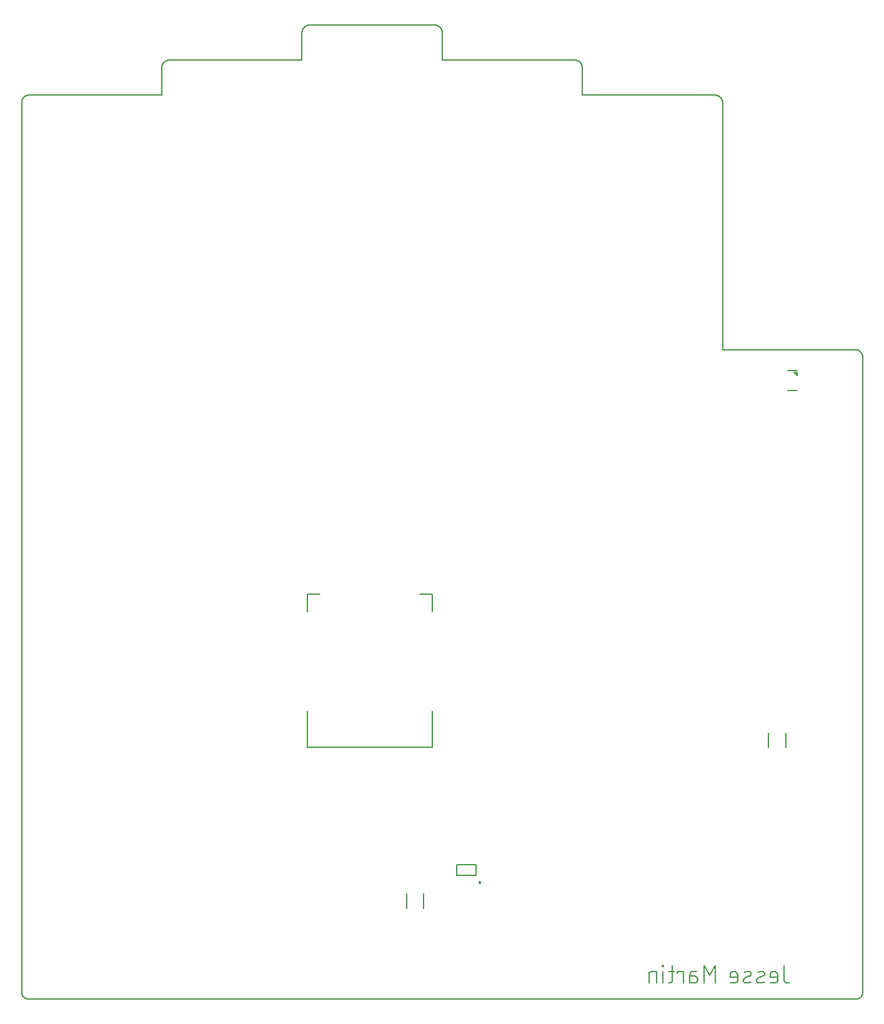
<source format=gbo>
G75*
%MOIN*%
%OFA0B0*%
%FSLAX25Y25*%
%IPPOS*%
%LPD*%
%AMOC8*
5,1,8,0,0,1.08239X$1,22.5*
%
%ADD10C,0.00591*%
%ADD11C,0.00800*%
%ADD12C,0.00500*%
%ADD13C,0.00787*%
D10*
X0089883Y0072166D02*
X0089883Y0546576D01*
X0089885Y0546700D01*
X0089891Y0546823D01*
X0089900Y0546947D01*
X0089914Y0547069D01*
X0089931Y0547192D01*
X0089953Y0547314D01*
X0089978Y0547435D01*
X0090007Y0547555D01*
X0090039Y0547674D01*
X0090076Y0547793D01*
X0090116Y0547910D01*
X0090159Y0548025D01*
X0090207Y0548140D01*
X0090258Y0548252D01*
X0090312Y0548363D01*
X0090370Y0548473D01*
X0090431Y0548580D01*
X0090496Y0548686D01*
X0090564Y0548789D01*
X0090635Y0548890D01*
X0090709Y0548989D01*
X0090786Y0549086D01*
X0090867Y0549180D01*
X0090950Y0549271D01*
X0091036Y0549360D01*
X0091125Y0549446D01*
X0091216Y0549529D01*
X0091310Y0549610D01*
X0091407Y0549687D01*
X0091506Y0549761D01*
X0091607Y0549832D01*
X0091710Y0549900D01*
X0091816Y0549965D01*
X0091923Y0550026D01*
X0092033Y0550084D01*
X0092144Y0550138D01*
X0092256Y0550189D01*
X0092371Y0550237D01*
X0092486Y0550280D01*
X0092603Y0550320D01*
X0092722Y0550357D01*
X0092841Y0550389D01*
X0092961Y0550418D01*
X0093082Y0550443D01*
X0093204Y0550465D01*
X0093327Y0550482D01*
X0093449Y0550496D01*
X0093573Y0550505D01*
X0093696Y0550511D01*
X0093820Y0550513D01*
X0164686Y0550513D01*
X0164686Y0565276D01*
X0164688Y0565400D01*
X0164694Y0565523D01*
X0164703Y0565647D01*
X0164717Y0565769D01*
X0164734Y0565892D01*
X0164756Y0566014D01*
X0164781Y0566135D01*
X0164810Y0566255D01*
X0164842Y0566374D01*
X0164879Y0566493D01*
X0164919Y0566610D01*
X0164962Y0566725D01*
X0165010Y0566840D01*
X0165061Y0566952D01*
X0165115Y0567063D01*
X0165173Y0567173D01*
X0165234Y0567280D01*
X0165299Y0567386D01*
X0165367Y0567489D01*
X0165438Y0567590D01*
X0165512Y0567689D01*
X0165589Y0567786D01*
X0165670Y0567880D01*
X0165753Y0567971D01*
X0165839Y0568060D01*
X0165928Y0568146D01*
X0166019Y0568229D01*
X0166113Y0568310D01*
X0166210Y0568387D01*
X0166309Y0568461D01*
X0166410Y0568532D01*
X0166513Y0568600D01*
X0166619Y0568665D01*
X0166726Y0568726D01*
X0166836Y0568784D01*
X0166947Y0568838D01*
X0167059Y0568889D01*
X0167174Y0568937D01*
X0167289Y0568980D01*
X0167406Y0569020D01*
X0167525Y0569057D01*
X0167644Y0569089D01*
X0167764Y0569118D01*
X0167885Y0569143D01*
X0168007Y0569165D01*
X0168130Y0569182D01*
X0168252Y0569196D01*
X0168376Y0569205D01*
X0168499Y0569211D01*
X0168623Y0569213D01*
X0239489Y0569213D01*
X0239489Y0583977D01*
X0239491Y0584101D01*
X0239497Y0584224D01*
X0239506Y0584348D01*
X0239520Y0584470D01*
X0239537Y0584593D01*
X0239559Y0584715D01*
X0239584Y0584836D01*
X0239613Y0584956D01*
X0239645Y0585075D01*
X0239682Y0585194D01*
X0239722Y0585311D01*
X0239765Y0585426D01*
X0239813Y0585541D01*
X0239864Y0585653D01*
X0239918Y0585764D01*
X0239976Y0585874D01*
X0240037Y0585981D01*
X0240102Y0586087D01*
X0240170Y0586190D01*
X0240241Y0586291D01*
X0240315Y0586390D01*
X0240392Y0586487D01*
X0240473Y0586581D01*
X0240556Y0586672D01*
X0240642Y0586761D01*
X0240731Y0586847D01*
X0240822Y0586930D01*
X0240916Y0587011D01*
X0241013Y0587088D01*
X0241112Y0587162D01*
X0241213Y0587233D01*
X0241316Y0587301D01*
X0241422Y0587366D01*
X0241529Y0587427D01*
X0241639Y0587485D01*
X0241750Y0587539D01*
X0241862Y0587590D01*
X0241977Y0587638D01*
X0242092Y0587681D01*
X0242209Y0587721D01*
X0242328Y0587758D01*
X0242447Y0587790D01*
X0242567Y0587819D01*
X0242688Y0587844D01*
X0242810Y0587866D01*
X0242933Y0587883D01*
X0243055Y0587897D01*
X0243179Y0587906D01*
X0243302Y0587912D01*
X0243426Y0587914D01*
X0310355Y0587914D01*
X0310479Y0587912D01*
X0310602Y0587906D01*
X0310726Y0587897D01*
X0310848Y0587883D01*
X0310971Y0587866D01*
X0311093Y0587844D01*
X0311214Y0587819D01*
X0311334Y0587790D01*
X0311453Y0587758D01*
X0311572Y0587721D01*
X0311689Y0587681D01*
X0311804Y0587638D01*
X0311919Y0587590D01*
X0312031Y0587539D01*
X0312142Y0587485D01*
X0312252Y0587427D01*
X0312359Y0587366D01*
X0312465Y0587301D01*
X0312568Y0587233D01*
X0312669Y0587162D01*
X0312768Y0587088D01*
X0312865Y0587011D01*
X0312959Y0586930D01*
X0313050Y0586847D01*
X0313139Y0586761D01*
X0313225Y0586672D01*
X0313308Y0586581D01*
X0313389Y0586487D01*
X0313466Y0586390D01*
X0313540Y0586291D01*
X0313611Y0586190D01*
X0313679Y0586087D01*
X0313744Y0585981D01*
X0313805Y0585874D01*
X0313863Y0585764D01*
X0313917Y0585653D01*
X0313968Y0585541D01*
X0314016Y0585426D01*
X0314059Y0585311D01*
X0314099Y0585194D01*
X0314136Y0585075D01*
X0314168Y0584956D01*
X0314197Y0584836D01*
X0314222Y0584715D01*
X0314244Y0584593D01*
X0314261Y0584470D01*
X0314275Y0584348D01*
X0314284Y0584224D01*
X0314290Y0584101D01*
X0314292Y0583977D01*
X0314292Y0569213D01*
X0385158Y0569213D01*
X0385282Y0569211D01*
X0385405Y0569205D01*
X0385529Y0569196D01*
X0385651Y0569182D01*
X0385774Y0569165D01*
X0385896Y0569143D01*
X0386017Y0569118D01*
X0386137Y0569089D01*
X0386256Y0569057D01*
X0386375Y0569020D01*
X0386492Y0568980D01*
X0386607Y0568937D01*
X0386722Y0568889D01*
X0386834Y0568838D01*
X0386945Y0568784D01*
X0387055Y0568726D01*
X0387162Y0568665D01*
X0387268Y0568600D01*
X0387371Y0568532D01*
X0387472Y0568461D01*
X0387571Y0568387D01*
X0387668Y0568310D01*
X0387762Y0568229D01*
X0387853Y0568146D01*
X0387942Y0568060D01*
X0388028Y0567971D01*
X0388111Y0567880D01*
X0388192Y0567786D01*
X0388269Y0567689D01*
X0388343Y0567590D01*
X0388414Y0567489D01*
X0388482Y0567386D01*
X0388547Y0567280D01*
X0388608Y0567173D01*
X0388666Y0567063D01*
X0388720Y0566952D01*
X0388771Y0566840D01*
X0388819Y0566725D01*
X0388862Y0566610D01*
X0388902Y0566493D01*
X0388939Y0566374D01*
X0388971Y0566255D01*
X0389000Y0566135D01*
X0389025Y0566014D01*
X0389047Y0565892D01*
X0389064Y0565769D01*
X0389078Y0565647D01*
X0389087Y0565523D01*
X0389093Y0565400D01*
X0389095Y0565276D01*
X0389095Y0550513D01*
X0459961Y0550513D01*
X0460085Y0550511D01*
X0460208Y0550505D01*
X0460332Y0550496D01*
X0460454Y0550482D01*
X0460577Y0550465D01*
X0460699Y0550443D01*
X0460820Y0550418D01*
X0460940Y0550389D01*
X0461059Y0550357D01*
X0461178Y0550320D01*
X0461295Y0550280D01*
X0461410Y0550237D01*
X0461525Y0550189D01*
X0461637Y0550138D01*
X0461748Y0550084D01*
X0461858Y0550026D01*
X0461965Y0549965D01*
X0462071Y0549900D01*
X0462174Y0549832D01*
X0462275Y0549761D01*
X0462374Y0549687D01*
X0462471Y0549610D01*
X0462565Y0549529D01*
X0462656Y0549446D01*
X0462745Y0549360D01*
X0462831Y0549271D01*
X0462914Y0549180D01*
X0462995Y0549086D01*
X0463072Y0548989D01*
X0463146Y0548890D01*
X0463217Y0548789D01*
X0463285Y0548686D01*
X0463350Y0548580D01*
X0463411Y0548473D01*
X0463469Y0548363D01*
X0463523Y0548252D01*
X0463574Y0548140D01*
X0463622Y0548025D01*
X0463665Y0547910D01*
X0463705Y0547793D01*
X0463742Y0547674D01*
X0463774Y0547555D01*
X0463803Y0547435D01*
X0463828Y0547314D01*
X0463850Y0547192D01*
X0463867Y0547069D01*
X0463881Y0546947D01*
X0463890Y0546823D01*
X0463896Y0546700D01*
X0463898Y0546576D01*
X0463898Y0414686D01*
X0534765Y0414686D01*
X0534889Y0414684D01*
X0535012Y0414678D01*
X0535136Y0414669D01*
X0535258Y0414655D01*
X0535381Y0414638D01*
X0535503Y0414616D01*
X0535624Y0414591D01*
X0535744Y0414562D01*
X0535863Y0414530D01*
X0535982Y0414493D01*
X0536099Y0414453D01*
X0536214Y0414410D01*
X0536329Y0414362D01*
X0536441Y0414311D01*
X0536552Y0414257D01*
X0536662Y0414199D01*
X0536769Y0414138D01*
X0536875Y0414073D01*
X0536978Y0414005D01*
X0537079Y0413934D01*
X0537178Y0413860D01*
X0537275Y0413783D01*
X0537369Y0413702D01*
X0537460Y0413619D01*
X0537549Y0413533D01*
X0537635Y0413444D01*
X0537718Y0413353D01*
X0537799Y0413259D01*
X0537876Y0413162D01*
X0537950Y0413063D01*
X0538021Y0412962D01*
X0538089Y0412859D01*
X0538154Y0412753D01*
X0538215Y0412646D01*
X0538273Y0412536D01*
X0538327Y0412425D01*
X0538378Y0412313D01*
X0538426Y0412198D01*
X0538469Y0412083D01*
X0538509Y0411966D01*
X0538546Y0411847D01*
X0538578Y0411728D01*
X0538607Y0411608D01*
X0538632Y0411487D01*
X0538654Y0411365D01*
X0538671Y0411242D01*
X0538685Y0411120D01*
X0538694Y0410996D01*
X0538700Y0410873D01*
X0538702Y0410749D01*
X0538702Y0072166D01*
X0538700Y0072042D01*
X0538694Y0071919D01*
X0538685Y0071795D01*
X0538671Y0071673D01*
X0538654Y0071550D01*
X0538632Y0071428D01*
X0538607Y0071307D01*
X0538578Y0071187D01*
X0538546Y0071068D01*
X0538509Y0070949D01*
X0538469Y0070832D01*
X0538426Y0070717D01*
X0538378Y0070602D01*
X0538327Y0070490D01*
X0538273Y0070379D01*
X0538215Y0070269D01*
X0538154Y0070162D01*
X0538089Y0070056D01*
X0538021Y0069953D01*
X0537950Y0069852D01*
X0537876Y0069753D01*
X0537799Y0069656D01*
X0537718Y0069562D01*
X0537635Y0069471D01*
X0537549Y0069382D01*
X0537460Y0069296D01*
X0537369Y0069213D01*
X0537275Y0069132D01*
X0537178Y0069055D01*
X0537079Y0068981D01*
X0536978Y0068910D01*
X0536875Y0068842D01*
X0536769Y0068777D01*
X0536662Y0068716D01*
X0536552Y0068658D01*
X0536441Y0068604D01*
X0536329Y0068553D01*
X0536214Y0068505D01*
X0536099Y0068462D01*
X0535982Y0068422D01*
X0535863Y0068385D01*
X0535744Y0068353D01*
X0535624Y0068324D01*
X0535503Y0068299D01*
X0535381Y0068277D01*
X0535258Y0068260D01*
X0535136Y0068246D01*
X0535012Y0068237D01*
X0534889Y0068231D01*
X0534765Y0068229D01*
X0093820Y0068229D01*
X0093696Y0068231D01*
X0093573Y0068237D01*
X0093449Y0068246D01*
X0093327Y0068260D01*
X0093204Y0068277D01*
X0093082Y0068299D01*
X0092961Y0068324D01*
X0092841Y0068353D01*
X0092722Y0068385D01*
X0092603Y0068422D01*
X0092486Y0068462D01*
X0092371Y0068505D01*
X0092256Y0068553D01*
X0092144Y0068604D01*
X0092033Y0068658D01*
X0091923Y0068716D01*
X0091816Y0068777D01*
X0091710Y0068842D01*
X0091607Y0068910D01*
X0091506Y0068981D01*
X0091407Y0069055D01*
X0091310Y0069132D01*
X0091216Y0069213D01*
X0091125Y0069296D01*
X0091036Y0069382D01*
X0090950Y0069471D01*
X0090867Y0069562D01*
X0090786Y0069656D01*
X0090709Y0069753D01*
X0090635Y0069852D01*
X0090564Y0069953D01*
X0090496Y0070056D01*
X0090431Y0070162D01*
X0090370Y0070269D01*
X0090312Y0070379D01*
X0090258Y0070490D01*
X0090207Y0070602D01*
X0090159Y0070717D01*
X0090116Y0070832D01*
X0090076Y0070949D01*
X0090039Y0071068D01*
X0090007Y0071187D01*
X0089978Y0071307D01*
X0089953Y0071428D01*
X0089931Y0071550D01*
X0089914Y0071673D01*
X0089900Y0071795D01*
X0089891Y0071919D01*
X0089885Y0072042D01*
X0089883Y0072166D01*
D11*
X0424565Y0076897D02*
X0424565Y0081497D01*
X0424566Y0081497D02*
X0424568Y0081575D01*
X0424574Y0081652D01*
X0424584Y0081729D01*
X0424597Y0081806D01*
X0424615Y0081881D01*
X0424636Y0081956D01*
X0424661Y0082029D01*
X0424690Y0082102D01*
X0424723Y0082172D01*
X0424759Y0082241D01*
X0424798Y0082308D01*
X0424841Y0082373D01*
X0424887Y0082435D01*
X0424936Y0082496D01*
X0424988Y0082553D01*
X0425043Y0082608D01*
X0425100Y0082660D01*
X0425161Y0082709D01*
X0425223Y0082755D01*
X0425288Y0082798D01*
X0425355Y0082837D01*
X0425424Y0082873D01*
X0425494Y0082906D01*
X0425567Y0082935D01*
X0425640Y0082960D01*
X0425715Y0082981D01*
X0425790Y0082999D01*
X0425867Y0083012D01*
X0425944Y0083022D01*
X0426021Y0083028D01*
X0426099Y0083030D01*
X0428654Y0083030D01*
X0428654Y0076897D01*
X0432090Y0076897D02*
X0432090Y0083030D01*
X0431834Y0085586D02*
X0432345Y0085586D01*
X0432345Y0086097D01*
X0431834Y0086097D01*
X0431834Y0085586D01*
X0434973Y0083030D02*
X0438040Y0083030D01*
X0439810Y0083030D02*
X0439810Y0082008D01*
X0439810Y0083030D02*
X0442877Y0083030D01*
X0442877Y0076897D01*
X0446505Y0076897D02*
X0446505Y0081497D01*
X0446505Y0080475D02*
X0448805Y0080475D01*
X0446506Y0081497D02*
X0446508Y0081572D01*
X0446513Y0081647D01*
X0446523Y0081722D01*
X0446535Y0081796D01*
X0446552Y0081869D01*
X0446572Y0081942D01*
X0446596Y0082013D01*
X0446623Y0082084D01*
X0446653Y0082152D01*
X0446687Y0082220D01*
X0446724Y0082285D01*
X0446764Y0082349D01*
X0446808Y0082410D01*
X0446854Y0082470D01*
X0446903Y0082527D01*
X0446955Y0082581D01*
X0447010Y0082633D01*
X0447066Y0082682D01*
X0447126Y0082728D01*
X0447187Y0082772D01*
X0447251Y0082812D01*
X0447316Y0082849D01*
X0447384Y0082883D01*
X0447452Y0082913D01*
X0447523Y0082940D01*
X0447594Y0082964D01*
X0447667Y0082984D01*
X0447740Y0083001D01*
X0447814Y0083013D01*
X0447889Y0083023D01*
X0447964Y0083028D01*
X0448039Y0083030D01*
X0450083Y0083030D01*
X0448805Y0080475D02*
X0448889Y0080473D01*
X0448973Y0080467D01*
X0449056Y0080457D01*
X0449139Y0080444D01*
X0449221Y0080426D01*
X0449302Y0080405D01*
X0449382Y0080379D01*
X0449460Y0080351D01*
X0449538Y0080318D01*
X0449613Y0080282D01*
X0449687Y0080242D01*
X0449759Y0080199D01*
X0449829Y0080153D01*
X0449897Y0080103D01*
X0449962Y0080050D01*
X0450025Y0079995D01*
X0450085Y0079936D01*
X0450142Y0079875D01*
X0450196Y0079811D01*
X0450247Y0079744D01*
X0450295Y0079676D01*
X0450340Y0079605D01*
X0450382Y0079532D01*
X0450419Y0079457D01*
X0450454Y0079380D01*
X0450485Y0079302D01*
X0450512Y0079223D01*
X0450535Y0079142D01*
X0450554Y0079061D01*
X0450570Y0078978D01*
X0450582Y0078895D01*
X0450590Y0078812D01*
X0450594Y0078728D01*
X0450594Y0078644D01*
X0450590Y0078560D01*
X0450582Y0078477D01*
X0450570Y0078394D01*
X0450554Y0078311D01*
X0450535Y0078230D01*
X0450512Y0078149D01*
X0450485Y0078070D01*
X0450454Y0077992D01*
X0450419Y0077915D01*
X0450382Y0077840D01*
X0450340Y0077767D01*
X0450295Y0077696D01*
X0450247Y0077628D01*
X0450196Y0077561D01*
X0450142Y0077497D01*
X0450085Y0077436D01*
X0450025Y0077377D01*
X0449962Y0077322D01*
X0449897Y0077269D01*
X0449829Y0077219D01*
X0449759Y0077173D01*
X0449687Y0077130D01*
X0449613Y0077090D01*
X0449538Y0077054D01*
X0449460Y0077021D01*
X0449382Y0076993D01*
X0449302Y0076967D01*
X0449221Y0076946D01*
X0449139Y0076928D01*
X0449056Y0076915D01*
X0448973Y0076905D01*
X0448889Y0076899D01*
X0448805Y0076897D01*
X0446505Y0076897D01*
X0437018Y0078430D02*
X0437018Y0086097D01*
X0437017Y0078430D02*
X0437015Y0078352D01*
X0437009Y0078275D01*
X0436999Y0078198D01*
X0436986Y0078121D01*
X0436968Y0078046D01*
X0436947Y0077971D01*
X0436922Y0077898D01*
X0436893Y0077825D01*
X0436860Y0077755D01*
X0436824Y0077686D01*
X0436785Y0077619D01*
X0436742Y0077554D01*
X0436696Y0077492D01*
X0436647Y0077431D01*
X0436595Y0077374D01*
X0436540Y0077319D01*
X0436483Y0077267D01*
X0436422Y0077218D01*
X0436360Y0077172D01*
X0436295Y0077129D01*
X0436228Y0077090D01*
X0436159Y0077054D01*
X0436089Y0077021D01*
X0436016Y0076992D01*
X0435943Y0076967D01*
X0435868Y0076946D01*
X0435793Y0076928D01*
X0435716Y0076915D01*
X0435639Y0076905D01*
X0435562Y0076899D01*
X0435484Y0076897D01*
X0435485Y0076897D02*
X0434973Y0076897D01*
X0453957Y0076897D02*
X0453957Y0086097D01*
X0457024Y0080986D01*
X0460090Y0086097D01*
X0460090Y0076897D01*
X0467857Y0076897D02*
X0470413Y0076897D01*
X0470488Y0076899D01*
X0470563Y0076904D01*
X0470638Y0076914D01*
X0470712Y0076926D01*
X0470785Y0076943D01*
X0470858Y0076963D01*
X0470929Y0076987D01*
X0471000Y0077014D01*
X0471068Y0077044D01*
X0471136Y0077078D01*
X0471201Y0077115D01*
X0471265Y0077155D01*
X0471326Y0077199D01*
X0471386Y0077245D01*
X0471443Y0077294D01*
X0471497Y0077346D01*
X0471549Y0077401D01*
X0471598Y0077457D01*
X0471644Y0077517D01*
X0471688Y0077578D01*
X0471728Y0077642D01*
X0471765Y0077707D01*
X0471799Y0077775D01*
X0471829Y0077843D01*
X0471856Y0077914D01*
X0471880Y0077985D01*
X0471900Y0078058D01*
X0471917Y0078131D01*
X0471929Y0078205D01*
X0471939Y0078280D01*
X0471944Y0078355D01*
X0471946Y0078430D01*
X0471946Y0080986D01*
X0471946Y0079964D02*
X0467857Y0079964D01*
X0467857Y0080986D01*
X0467858Y0080986D02*
X0467860Y0081075D01*
X0467866Y0081164D01*
X0467875Y0081253D01*
X0467889Y0081341D01*
X0467906Y0081428D01*
X0467928Y0081515D01*
X0467953Y0081601D01*
X0467981Y0081685D01*
X0468014Y0081768D01*
X0468050Y0081850D01*
X0468089Y0081930D01*
X0468132Y0082008D01*
X0468178Y0082084D01*
X0468228Y0082158D01*
X0468280Y0082230D01*
X0468336Y0082300D01*
X0468395Y0082367D01*
X0468457Y0082431D01*
X0468521Y0082493D01*
X0468588Y0082552D01*
X0468658Y0082608D01*
X0468730Y0082660D01*
X0468804Y0082710D01*
X0468880Y0082756D01*
X0468958Y0082799D01*
X0469038Y0082838D01*
X0469120Y0082874D01*
X0469203Y0082907D01*
X0469287Y0082935D01*
X0469373Y0082960D01*
X0469460Y0082982D01*
X0469547Y0082999D01*
X0469635Y0083013D01*
X0469724Y0083022D01*
X0469813Y0083028D01*
X0469902Y0083030D01*
X0469991Y0083028D01*
X0470080Y0083022D01*
X0470169Y0083013D01*
X0470257Y0082999D01*
X0470344Y0082982D01*
X0470431Y0082960D01*
X0470517Y0082935D01*
X0470601Y0082907D01*
X0470684Y0082874D01*
X0470766Y0082838D01*
X0470846Y0082799D01*
X0470924Y0082756D01*
X0471000Y0082710D01*
X0471074Y0082660D01*
X0471146Y0082608D01*
X0471216Y0082552D01*
X0471283Y0082493D01*
X0471347Y0082431D01*
X0471409Y0082367D01*
X0471468Y0082300D01*
X0471524Y0082230D01*
X0471576Y0082158D01*
X0471626Y0082084D01*
X0471672Y0082008D01*
X0471715Y0081930D01*
X0471754Y0081850D01*
X0471790Y0081768D01*
X0471823Y0081685D01*
X0471851Y0081601D01*
X0471876Y0081515D01*
X0471898Y0081428D01*
X0471915Y0081341D01*
X0471929Y0081253D01*
X0471938Y0081164D01*
X0471944Y0081075D01*
X0471946Y0080986D01*
X0475748Y0079452D02*
X0478303Y0080475D01*
X0478369Y0080503D01*
X0478434Y0080536D01*
X0478497Y0080571D01*
X0478557Y0080610D01*
X0478616Y0080652D01*
X0478672Y0080698D01*
X0478725Y0080746D01*
X0478776Y0080797D01*
X0478824Y0080851D01*
X0478869Y0080907D01*
X0478911Y0080966D01*
X0478949Y0081027D01*
X0478985Y0081090D01*
X0479016Y0081155D01*
X0479044Y0081221D01*
X0479069Y0081289D01*
X0479090Y0081358D01*
X0479107Y0081428D01*
X0479120Y0081499D01*
X0479129Y0081570D01*
X0479135Y0081642D01*
X0479136Y0081714D01*
X0479134Y0081786D01*
X0479127Y0081858D01*
X0479117Y0081929D01*
X0479103Y0082000D01*
X0479085Y0082070D01*
X0479063Y0082139D01*
X0479038Y0082206D01*
X0479009Y0082272D01*
X0478976Y0082336D01*
X0478940Y0082399D01*
X0478900Y0082459D01*
X0478858Y0082517D01*
X0478812Y0082573D01*
X0478763Y0082626D01*
X0478712Y0082677D01*
X0478658Y0082724D01*
X0478601Y0082769D01*
X0478542Y0082810D01*
X0478481Y0082848D01*
X0478418Y0082883D01*
X0478353Y0082914D01*
X0478286Y0082942D01*
X0478218Y0082966D01*
X0478149Y0082986D01*
X0478079Y0083003D01*
X0478008Y0083015D01*
X0477936Y0083024D01*
X0477864Y0083029D01*
X0477792Y0083030D01*
X0479070Y0077408D02*
X0478876Y0077341D01*
X0478681Y0077278D01*
X0478484Y0077220D01*
X0478286Y0077167D01*
X0478087Y0077119D01*
X0477887Y0077075D01*
X0477686Y0077036D01*
X0477483Y0077002D01*
X0477281Y0076972D01*
X0477077Y0076947D01*
X0476873Y0076927D01*
X0476668Y0076912D01*
X0476464Y0076902D01*
X0476259Y0076897D01*
X0476187Y0076898D01*
X0476115Y0076903D01*
X0476043Y0076912D01*
X0475972Y0076924D01*
X0475902Y0076941D01*
X0475833Y0076961D01*
X0475765Y0076985D01*
X0475698Y0077013D01*
X0475633Y0077044D01*
X0475570Y0077079D01*
X0475509Y0077117D01*
X0475450Y0077158D01*
X0475393Y0077203D01*
X0475339Y0077250D01*
X0475288Y0077301D01*
X0475239Y0077354D01*
X0475193Y0077410D01*
X0475151Y0077468D01*
X0475111Y0077528D01*
X0475075Y0077591D01*
X0475042Y0077655D01*
X0475013Y0077721D01*
X0474988Y0077788D01*
X0474966Y0077857D01*
X0474948Y0077927D01*
X0474934Y0077998D01*
X0474924Y0078069D01*
X0474917Y0078141D01*
X0474915Y0078213D01*
X0474916Y0078285D01*
X0474922Y0078357D01*
X0474931Y0078428D01*
X0474944Y0078499D01*
X0474961Y0078569D01*
X0474982Y0078638D01*
X0475007Y0078706D01*
X0475035Y0078772D01*
X0475066Y0078837D01*
X0475102Y0078900D01*
X0475140Y0078961D01*
X0475182Y0079020D01*
X0475227Y0079076D01*
X0475275Y0079130D01*
X0475326Y0079181D01*
X0475379Y0079229D01*
X0475435Y0079275D01*
X0475494Y0079317D01*
X0475554Y0079356D01*
X0475617Y0079391D01*
X0475682Y0079424D01*
X0475748Y0079452D01*
X0475492Y0082519D02*
X0475628Y0082578D01*
X0475766Y0082634D01*
X0475904Y0082686D01*
X0476045Y0082735D01*
X0476186Y0082780D01*
X0476328Y0082821D01*
X0476472Y0082859D01*
X0476616Y0082893D01*
X0476761Y0082923D01*
X0476907Y0082950D01*
X0477053Y0082973D01*
X0477201Y0082992D01*
X0477348Y0083007D01*
X0477496Y0083019D01*
X0477644Y0083026D01*
X0477792Y0083030D01*
X0483383Y0076897D02*
X0483588Y0076902D01*
X0483792Y0076912D01*
X0483997Y0076927D01*
X0484201Y0076947D01*
X0484405Y0076972D01*
X0484607Y0077002D01*
X0484810Y0077036D01*
X0485011Y0077075D01*
X0485211Y0077119D01*
X0485410Y0077167D01*
X0485608Y0077220D01*
X0485805Y0077278D01*
X0486000Y0077341D01*
X0486194Y0077408D01*
X0484916Y0083030D02*
X0484768Y0083026D01*
X0484620Y0083019D01*
X0484472Y0083007D01*
X0484325Y0082992D01*
X0484177Y0082973D01*
X0484031Y0082950D01*
X0483885Y0082923D01*
X0483740Y0082893D01*
X0483596Y0082859D01*
X0483452Y0082821D01*
X0483310Y0082780D01*
X0483169Y0082735D01*
X0483028Y0082686D01*
X0482890Y0082634D01*
X0482752Y0082578D01*
X0482616Y0082519D01*
X0484916Y0083030D02*
X0484988Y0083029D01*
X0485060Y0083024D01*
X0485132Y0083015D01*
X0485203Y0083003D01*
X0485273Y0082986D01*
X0485342Y0082966D01*
X0485410Y0082942D01*
X0485477Y0082914D01*
X0485542Y0082883D01*
X0485605Y0082848D01*
X0485666Y0082810D01*
X0485725Y0082769D01*
X0485782Y0082724D01*
X0485836Y0082677D01*
X0485887Y0082626D01*
X0485936Y0082573D01*
X0485982Y0082517D01*
X0486024Y0082459D01*
X0486064Y0082399D01*
X0486100Y0082336D01*
X0486133Y0082272D01*
X0486162Y0082206D01*
X0486187Y0082139D01*
X0486209Y0082070D01*
X0486227Y0082000D01*
X0486241Y0081929D01*
X0486251Y0081858D01*
X0486258Y0081786D01*
X0486260Y0081714D01*
X0486259Y0081642D01*
X0486253Y0081570D01*
X0486244Y0081499D01*
X0486231Y0081428D01*
X0486214Y0081358D01*
X0486193Y0081289D01*
X0486168Y0081221D01*
X0486140Y0081155D01*
X0486109Y0081090D01*
X0486073Y0081027D01*
X0486035Y0080966D01*
X0485993Y0080907D01*
X0485948Y0080851D01*
X0485900Y0080797D01*
X0485849Y0080746D01*
X0485796Y0080698D01*
X0485740Y0080652D01*
X0485681Y0080610D01*
X0485621Y0080571D01*
X0485558Y0080536D01*
X0485493Y0080503D01*
X0485427Y0080475D01*
X0482872Y0079452D01*
X0482806Y0079424D01*
X0482741Y0079391D01*
X0482678Y0079356D01*
X0482618Y0079317D01*
X0482559Y0079275D01*
X0482503Y0079229D01*
X0482450Y0079181D01*
X0482399Y0079130D01*
X0482351Y0079076D01*
X0482306Y0079020D01*
X0482264Y0078961D01*
X0482226Y0078900D01*
X0482190Y0078837D01*
X0482159Y0078772D01*
X0482131Y0078706D01*
X0482106Y0078638D01*
X0482085Y0078569D01*
X0482068Y0078499D01*
X0482055Y0078428D01*
X0482046Y0078357D01*
X0482040Y0078285D01*
X0482039Y0078213D01*
X0482041Y0078141D01*
X0482048Y0078069D01*
X0482058Y0077998D01*
X0482072Y0077927D01*
X0482090Y0077857D01*
X0482112Y0077788D01*
X0482137Y0077721D01*
X0482166Y0077655D01*
X0482199Y0077591D01*
X0482235Y0077528D01*
X0482275Y0077468D01*
X0482317Y0077410D01*
X0482363Y0077354D01*
X0482412Y0077301D01*
X0482463Y0077250D01*
X0482517Y0077203D01*
X0482574Y0077158D01*
X0482633Y0077117D01*
X0482694Y0077079D01*
X0482757Y0077044D01*
X0482822Y0077013D01*
X0482889Y0076985D01*
X0482957Y0076961D01*
X0483026Y0076941D01*
X0483096Y0076924D01*
X0483167Y0076912D01*
X0483239Y0076903D01*
X0483311Y0076898D01*
X0483383Y0076897D01*
X0489229Y0076897D02*
X0491785Y0076897D01*
X0491860Y0076899D01*
X0491935Y0076904D01*
X0492010Y0076914D01*
X0492084Y0076926D01*
X0492157Y0076943D01*
X0492230Y0076963D01*
X0492301Y0076987D01*
X0492372Y0077014D01*
X0492440Y0077044D01*
X0492508Y0077078D01*
X0492573Y0077115D01*
X0492637Y0077155D01*
X0492698Y0077199D01*
X0492758Y0077245D01*
X0492815Y0077294D01*
X0492869Y0077346D01*
X0492921Y0077401D01*
X0492970Y0077457D01*
X0493016Y0077517D01*
X0493060Y0077578D01*
X0493100Y0077642D01*
X0493137Y0077707D01*
X0493171Y0077775D01*
X0493201Y0077843D01*
X0493228Y0077914D01*
X0493252Y0077985D01*
X0493272Y0078058D01*
X0493289Y0078131D01*
X0493301Y0078205D01*
X0493311Y0078280D01*
X0493316Y0078355D01*
X0493318Y0078430D01*
X0493318Y0080986D01*
X0493318Y0079964D02*
X0489229Y0079964D01*
X0489229Y0080986D01*
X0489230Y0080986D02*
X0489232Y0081075D01*
X0489238Y0081164D01*
X0489247Y0081253D01*
X0489261Y0081341D01*
X0489278Y0081428D01*
X0489300Y0081515D01*
X0489325Y0081601D01*
X0489353Y0081685D01*
X0489386Y0081768D01*
X0489422Y0081850D01*
X0489461Y0081930D01*
X0489504Y0082008D01*
X0489550Y0082084D01*
X0489600Y0082158D01*
X0489652Y0082230D01*
X0489708Y0082300D01*
X0489767Y0082367D01*
X0489829Y0082431D01*
X0489893Y0082493D01*
X0489960Y0082552D01*
X0490030Y0082608D01*
X0490102Y0082660D01*
X0490176Y0082710D01*
X0490252Y0082756D01*
X0490330Y0082799D01*
X0490410Y0082838D01*
X0490492Y0082874D01*
X0490575Y0082907D01*
X0490659Y0082935D01*
X0490745Y0082960D01*
X0490832Y0082982D01*
X0490919Y0082999D01*
X0491007Y0083013D01*
X0491096Y0083022D01*
X0491185Y0083028D01*
X0491274Y0083030D01*
X0491363Y0083028D01*
X0491452Y0083022D01*
X0491541Y0083013D01*
X0491629Y0082999D01*
X0491716Y0082982D01*
X0491803Y0082960D01*
X0491889Y0082935D01*
X0491973Y0082907D01*
X0492056Y0082874D01*
X0492138Y0082838D01*
X0492218Y0082799D01*
X0492296Y0082756D01*
X0492372Y0082710D01*
X0492446Y0082660D01*
X0492518Y0082608D01*
X0492588Y0082552D01*
X0492655Y0082493D01*
X0492719Y0082431D01*
X0492781Y0082367D01*
X0492840Y0082300D01*
X0492896Y0082230D01*
X0492948Y0082158D01*
X0492998Y0082084D01*
X0493044Y0082008D01*
X0493087Y0081930D01*
X0493126Y0081850D01*
X0493162Y0081768D01*
X0493195Y0081685D01*
X0493223Y0081601D01*
X0493248Y0081515D01*
X0493270Y0081428D01*
X0493287Y0081341D01*
X0493301Y0081253D01*
X0493310Y0081164D01*
X0493316Y0081075D01*
X0493318Y0080986D01*
X0496652Y0078941D02*
X0496652Y0086097D01*
X0496653Y0078941D02*
X0496655Y0078852D01*
X0496661Y0078763D01*
X0496670Y0078674D01*
X0496684Y0078586D01*
X0496701Y0078499D01*
X0496723Y0078412D01*
X0496748Y0078326D01*
X0496776Y0078242D01*
X0496809Y0078159D01*
X0496845Y0078077D01*
X0496884Y0077997D01*
X0496927Y0077919D01*
X0496973Y0077843D01*
X0497023Y0077769D01*
X0497075Y0077697D01*
X0497131Y0077627D01*
X0497190Y0077560D01*
X0497252Y0077496D01*
X0497316Y0077434D01*
X0497383Y0077375D01*
X0497453Y0077319D01*
X0497525Y0077267D01*
X0497599Y0077217D01*
X0497675Y0077171D01*
X0497753Y0077128D01*
X0497833Y0077089D01*
X0497915Y0077053D01*
X0497998Y0077020D01*
X0498082Y0076992D01*
X0498168Y0076967D01*
X0498255Y0076945D01*
X0498342Y0076928D01*
X0498430Y0076914D01*
X0498519Y0076905D01*
X0498608Y0076899D01*
X0498697Y0076897D01*
X0499719Y0076897D01*
D12*
X0497560Y0202481D02*
X0497560Y0210355D01*
X0488505Y0210355D02*
X0488505Y0202481D01*
X0332402Y0139883D02*
X0332402Y0134371D01*
X0322166Y0134371D01*
X0322166Y0139883D01*
X0332402Y0139883D01*
X0304253Y0124528D02*
X0304253Y0116654D01*
X0295198Y0116654D02*
X0295198Y0124528D01*
X0309174Y0202481D02*
X0242245Y0202481D01*
X0242245Y0221772D01*
X0242245Y0274922D02*
X0242245Y0284371D01*
X0248938Y0284371D01*
X0302481Y0284371D02*
X0309174Y0284371D01*
X0309174Y0274922D01*
X0309174Y0221772D02*
X0309174Y0202481D01*
X0498800Y0392835D02*
X0503800Y0392835D01*
X0503820Y0400822D02*
X0503820Y0402735D01*
X0503820Y0402743D02*
X0501900Y0402743D01*
X0503820Y0400822D01*
X0503800Y0403465D02*
X0498800Y0403465D01*
D13*
X0333977Y0130434D02*
X0333979Y0130473D01*
X0333985Y0130512D01*
X0333995Y0130550D01*
X0334008Y0130587D01*
X0334025Y0130622D01*
X0334045Y0130656D01*
X0334069Y0130687D01*
X0334096Y0130716D01*
X0334125Y0130742D01*
X0334157Y0130765D01*
X0334191Y0130785D01*
X0334227Y0130801D01*
X0334264Y0130813D01*
X0334303Y0130822D01*
X0334342Y0130827D01*
X0334381Y0130828D01*
X0334420Y0130825D01*
X0334459Y0130818D01*
X0334496Y0130807D01*
X0334533Y0130793D01*
X0334568Y0130775D01*
X0334601Y0130754D01*
X0334632Y0130729D01*
X0334660Y0130702D01*
X0334685Y0130672D01*
X0334707Y0130639D01*
X0334726Y0130605D01*
X0334741Y0130569D01*
X0334753Y0130531D01*
X0334761Y0130493D01*
X0334765Y0130454D01*
X0334765Y0130414D01*
X0334761Y0130375D01*
X0334753Y0130337D01*
X0334741Y0130299D01*
X0334726Y0130263D01*
X0334707Y0130229D01*
X0334685Y0130196D01*
X0334660Y0130166D01*
X0334632Y0130139D01*
X0334601Y0130114D01*
X0334568Y0130093D01*
X0334533Y0130075D01*
X0334496Y0130061D01*
X0334459Y0130050D01*
X0334420Y0130043D01*
X0334381Y0130040D01*
X0334342Y0130041D01*
X0334303Y0130046D01*
X0334264Y0130055D01*
X0334227Y0130067D01*
X0334191Y0130083D01*
X0334157Y0130103D01*
X0334125Y0130126D01*
X0334096Y0130152D01*
X0334069Y0130181D01*
X0334045Y0130212D01*
X0334025Y0130246D01*
X0334008Y0130281D01*
X0333995Y0130318D01*
X0333985Y0130356D01*
X0333979Y0130395D01*
X0333977Y0130434D01*
M02*

</source>
